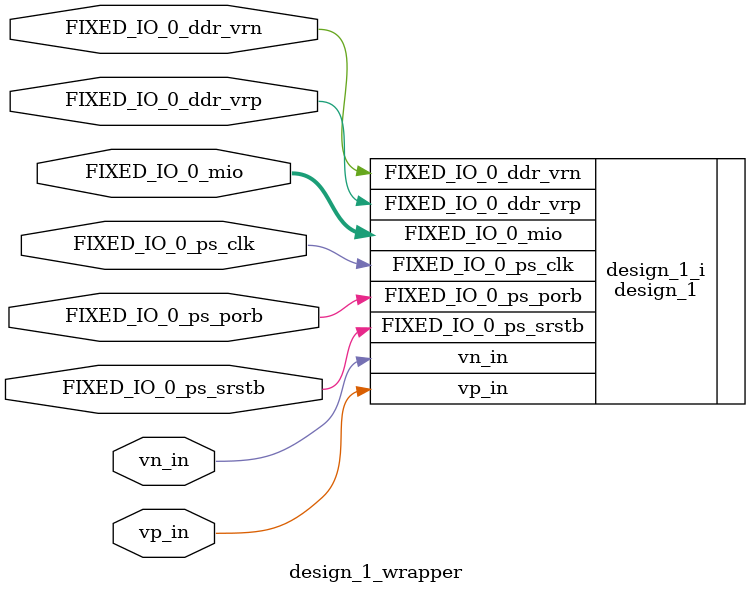
<source format=v>
`timescale 1 ps / 1 ps

module design_1_wrapper
   (FIXED_IO_0_ddr_vrn,
    FIXED_IO_0_ddr_vrp,
    FIXED_IO_0_mio,
    FIXED_IO_0_ps_clk,
    FIXED_IO_0_ps_porb,
    FIXED_IO_0_ps_srstb,
    vn_in,
    vp_in);
  inout FIXED_IO_0_ddr_vrn;
  inout FIXED_IO_0_ddr_vrp;
  inout [53:0]FIXED_IO_0_mio;
  inout FIXED_IO_0_ps_clk;
  inout FIXED_IO_0_ps_porb;
  inout FIXED_IO_0_ps_srstb;
  input vn_in;
  input vp_in;

  wire FIXED_IO_0_ddr_vrn;
  wire FIXED_IO_0_ddr_vrp;
  wire [53:0]FIXED_IO_0_mio;
  wire FIXED_IO_0_ps_clk;
  wire FIXED_IO_0_ps_porb;
  wire FIXED_IO_0_ps_srstb;
  wire vn_in;
  wire vp_in;

  design_1 design_1_i
       (.FIXED_IO_0_ddr_vrn(FIXED_IO_0_ddr_vrn),
        .FIXED_IO_0_ddr_vrp(FIXED_IO_0_ddr_vrp),
        .FIXED_IO_0_mio(FIXED_IO_0_mio),
        .FIXED_IO_0_ps_clk(FIXED_IO_0_ps_clk),
        .FIXED_IO_0_ps_porb(FIXED_IO_0_ps_porb),
        .FIXED_IO_0_ps_srstb(FIXED_IO_0_ps_srstb),
        .vn_in(vn_in),
        .vp_in(vp_in));
endmodule

</source>
